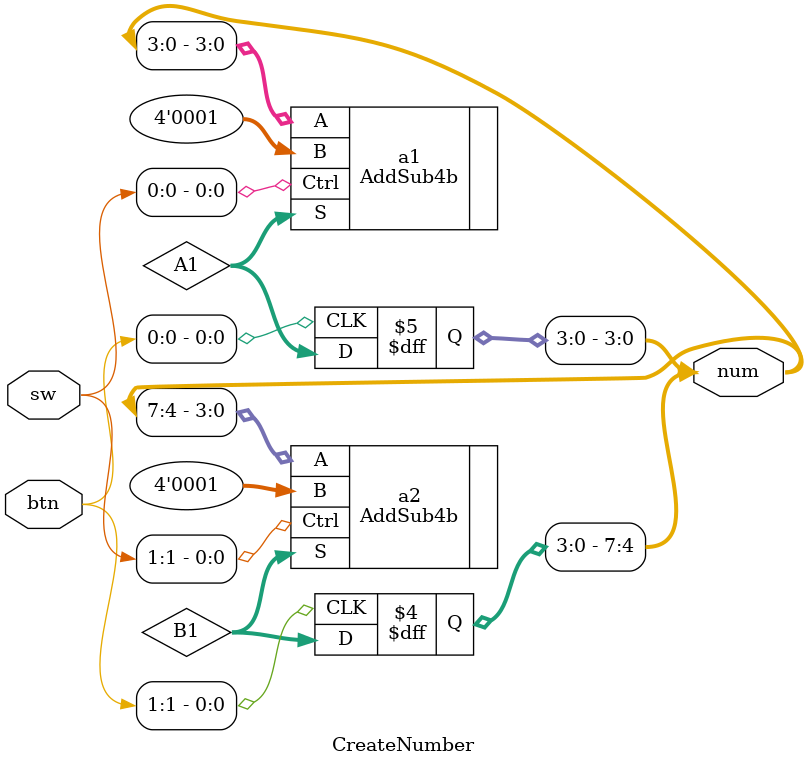
<source format=v>
`timescale 1ns / 1ps


module CreateNumber(
	input wire [1:0] btn,
	input wire [1:0] sw,
	output reg [7:0] num
    );
	 wire [3:0] A1,B1;
	 initial num <= 8'b1100_1101;
	 
	 AddSub4b a1(.A(num[3:0]),.B(4'b0001),.Ctrl(sw[0]),.S(A1));
	 AddSub4b a2(.A(num[7:4]),.B(4'b0001),.Ctrl(sw[1]),.S(B1));
	 
	 always@(posedge btn[0]) num[3:0]<=A1;
	 always@(posedge btn[1]) num[7:4]<=B1;
endmodule

</source>
